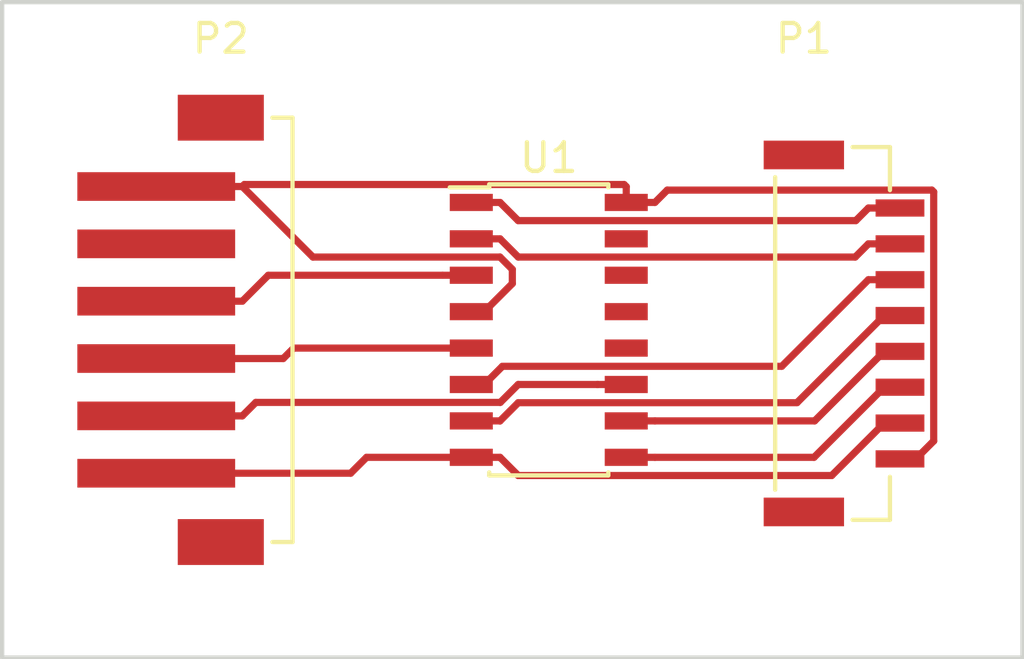
<source format=kicad_pcb>
(kicad_pcb (version 20221018) (generator pcbnew)
  (layers (0 "F.Cu" signal) (31 "B.Cu" signal) (34 "B.Paste" user) (35 "F.Paste" user) (36 "B.SilkS" user "B.Silkscreen") (37 "F.SilkS" user "F.Silkscreen") (38 "B.Mask" user) (39 "F.Mask" user) (44 "Edge.Cuts" user))
  (net 0 "")
  (net 1 "Net-(P1-Pad6)")
  (net 2 "Net-(P1-Pad7)")
  (net 3 "Net-(P1-Pad8)")
  (net 4 "Net-(P1-Pad5)")
  (net 5 "Net-(P1-Pad4)")
  (net 6 "Net-(P1-Pad3)")
  (net 7 "GND")
  (net 8 "VCC")
  (net 9 "Net-(P2-Pad3)")
  (net 10 "Net-(P2-Pad4)")
  (net 11 "Net-(P2-Pad5)")
  (footprint "Housings_SOIC:SOIC-16_3.9x9.9mm_Pitch1.27mm" (layer "F.Cu") (at 151.13 120.65)
    (fp_text reference "U1" (at 0 -6) (layer "F.SilkS"))
    (fp_text value "AM26LS32ACDR")
    (fp_line (start -2.075 -5.075) (end -2.075 -4.97) (stroke (width 0.15)) (layer "F.SilkS"))
    (fp_line (start -2.075 -5.075) (end 2.075 -5.075) (stroke (width 0.15)) (layer "F.SilkS"))
    (fp_line (start -2.075 -4.97) (end -3.45 -4.97) (stroke (width 0.15)) (layer "F.SilkS"))
    (fp_line (start -2.075 5.075) (end -2.075 4.97) (stroke (width 0.15)) (layer "F.SilkS"))
    (fp_line (start -2.075 5.075) (end 2.075 5.075) (stroke (width 0.15)) (layer "F.SilkS"))
    (fp_line (start 2.075 -5.075) (end 2.075 -4.97) (stroke (width 0.15)) (layer "F.SilkS"))
    (fp_line (start 2.075 5.075) (end 2.075 4.97) (stroke (width 0.15)) (layer "F.SilkS"))
    (pad "1" smd rect (at -2.7 -4.445) (size 1.5 0.6) (layers "F.Cu" "F.Paste" "F.Mask") (net 3 "Net-(P1-Pad8)"))
    (pad "2" smd rect (at -2.7 -3.175) (size 1.5 0.6) (layers "F.Cu" "F.Paste" "F.Mask") (net 2 "Net-(P1-Pad7)"))
    (pad "3" smd rect (at -2.7 -1.905) (size 1.5 0.6) (layers "F.Cu" "F.Paste" "F.Mask") (net 9 "Net-(P2-Pad3)"))
    (pad "4" smd rect (at -2.7 -0.635) (size 1.5 0.6) (layers "F.Cu" "F.Paste" "F.Mask") (net 8 "VCC"))
    (pad "5" smd rect (at -2.7 0.635) (size 1.5 0.6) (layers "F.Cu" "F.Paste" "F.Mask") (net 10 "Net-(P2-Pad4)"))
    (pad "6" smd rect (at -2.7 1.905) (size 1.5 0.6) (layers "F.Cu" "F.Paste" "F.Mask") (net 1 "Net-(P1-Pad6)"))
    (pad "7" smd rect (at -2.7 3.175) (size 1.5 0.6) (layers "F.Cu" "F.Paste" "F.Mask") (net 4 "Net-(P1-Pad5)"))
    (pad "8" smd rect (at -2.7 4.445) (size 1.5 0.6) (layers "F.Cu" "F.Paste" "F.Mask") (net 7 "GND"))
    (pad "9" smd rect (at 2.7 4.445) (size 1.5 0.6) (layers "F.Cu" "F.Paste" "F.Mask") (net 6 "Net-(P1-Pad3)"))
    (pad "10" smd rect (at 2.7 3.175) (size 1.5 0.6) (layers "F.Cu" "F.Paste" "F.Mask") (net 5 "Net-(P1-Pad4)"))
    (pad "11" smd rect (at 2.7 1.905) (size 1.5 0.6) (layers "F.Cu" "F.Paste" "F.Mask") (net 11 "Net-(P2-Pad5)"))
    (pad "12" smd rect (at 2.7 0.635) (size 1.5 0.6) (layers "F.Cu" "F.Paste" "F.Mask"))
    (pad "13" smd rect (at 2.7 -0.635) (size 1.5 0.6) (layers "F.Cu" "F.Paste" "F.Mask"))
    (pad "14" smd rect (at 2.7 -1.905) (size 1.5 0.6) (layers "F.Cu" "F.Paste" "F.Mask"))
    (pad "15" smd rect (at 2.7 -3.175) (size 1.5 0.6) (layers "F.Cu" "F.Paste" "F.Mask"))
    (pad "16" smd rect (at 2.7 -4.445) (size 1.5 0.6) (layers "F.Cu" "F.Paste" "F.Mask") (net 8 "VCC"))
  )
  (footprint "NQBit:GH_1x8_TOP" (layer "F.Cu") (at 160.02 120.775 -90)
    (fp_text reference "P1" (at -10.285 0) (layer "F.SilkS"))
    (fp_text value "CONN_01X08")
    (fp_line (start -6.5 -3) (end -6.5 -1.7) (stroke (width 0.15)) (layer "F.SilkS"))
    (fp_line (start -5.45 1) (end 5.45 1) (stroke (width 0.15)) (layer "F.SilkS"))
    (fp_line (start -5 -3) (end -6.5 -3) (stroke (width 0.15)) (layer "F.SilkS"))
    (fp_line (start 5 -3) (end 6.5 -3) (stroke (width 0.15)) (layer "F.SilkS"))
    (fp_line (start 6.5 -3) (end 6.5 -1.7) (stroke (width 0.15)) (layer "F.SilkS"))
    (pad "1" smd rect (at 4.375 -3.35 270) (size 0.6 1.7) (layers "F.Cu" "F.Paste" "F.Mask") (net 8 "VCC"))
    (pad "2" smd rect (at 3.125 -3.35 270) (size 0.6 1.7) (layers "F.Cu" "F.Paste" "F.Mask") (net 7 "GND"))
    (pad "3" smd rect (at 1.875 -3.35 270) (size 0.6 1.7) (layers "F.Cu" "F.Paste" "F.Mask") (net 6 "Net-(P1-Pad3)"))
    (pad "4" smd rect (at 0.625 -3.35 270) (size 0.6 1.7) (layers "F.Cu" "F.Paste" "F.Mask") (net 5 "Net-(P1-Pad4)"))
    (pad "5" smd rect (at -0.625 -3.35 270) (size 0.6 1.7) (layers "F.Cu" "F.Paste" "F.Mask") (net 4 "Net-(P1-Pad5)"))
    (pad "6" smd rect (at -1.875 -3.35 270) (size 0.6 1.7) (layers "F.Cu" "F.Paste" "F.Mask") (net 1 "Net-(P1-Pad6)"))
    (pad "7" smd rect (at -3.125 -3.35 270) (size 0.6 1.7) (layers "F.Cu" "F.Paste" "F.Mask") (net 2 "Net-(P1-Pad7)"))
    (pad "8" smd rect (at -4.375 -3.35 270) (size 0.6 1.7) (layers "F.Cu" "F.Paste" "F.Mask") (net 3 "Net-(P1-Pad8)"))
    (pad "MECH" smd rect (at -6.225 0 270) (size 1 2.8) (layers "F.Cu" "F.Paste" "F.Mask"))
    (pad "MECH" smd rect (at 6.225 0 270) (size 1 2.8) (layers "F.Cu" "F.Paste" "F.Mask"))
  )
  (footprint "NQBit:CONN_PH_1x6_TOP_SMT" (layer "F.Cu") (at 139.7 120.65 -90)
    (fp_text reference "P2" (at -10.16 0) (layer "F.SilkS"))
    (fp_text value "CONN_01X06")
    (fp_line (start -7.4 -2.5) (end -7.4 -1.8) (stroke (width 0.15)) (layer "F.SilkS"))
    (fp_line (start -7.4 -2.5) (end 7.4 -2.5) (stroke (width 0.15)) (layer "F.SilkS"))
    (fp_line (start 7.4 -2.5) (end 7.4 -1.8) (stroke (width 0.15)) (layer "F.SilkS"))
    (pad "1" smd rect (at -5 2.25 270) (size 1 5.5) (layers "F.Cu" "F.Paste" "F.Mask") (net 8 "VCC"))
    (pad "2" smd rect (at -3 2.25 270) (size 1 5.5) (layers "F.Cu" "F.Paste" "F.Mask"))
    (pad "3" smd rect (at -1 2.25 270) (size 1 5.5) (layers "F.Cu" "F.Paste" "F.Mask") (net 9 "Net-(P2-Pad3)"))
    (pad "4" smd rect (at 1 2.25 270) (size 1 5.5) (layers "F.Cu" "F.Paste" "F.Mask") (net 10 "Net-(P2-Pad4)"))
    (pad "5" smd rect (at 3 2.25 270) (size 1 5.5) (layers "F.Cu" "F.Paste" "F.Mask") (net 11 "Net-(P2-Pad5)"))
    (pad "6" smd rect (at 5 2.25 270) (size 1 5.5) (layers "F.Cu" "F.Paste" "F.Mask") (net 7 "GND"))
    (pad "MECH" smd rect (at -7.4 0 270) (size 1.6 3) (layers "F.Cu" "F.Paste" "F.Mask"))
    (pad "MECH" smd rect (at 7.4 0 270) (size 1.6 3) (layers "F.Cu" "F.Paste" "F.Mask"))
  )
  (gr_line (start 167.64 109.22) (end 167.64 132.08) (stroke (width 0.15)) (layer "Edge.Cuts"))
  (gr_line (start 132.08 132.08) (end 132.08 109.22) (stroke (width 0.15)) (layer "Edge.Cuts"))
  (gr_line (start 167.64 132.08) (end 132.08 132.08) (stroke (width 0.15)) (layer "Edge.Cuts"))
  (gr_line (start 132.08 109.22) (end 167.64 109.22) (stroke (width 0.15)) (layer "Edge.Cuts"))
  (segment (start 149.515 121.92) (end 148.88 122.555) (width 0.25) (layer "F.Cu") (net 1))
  (segment (start 159.25 121.92) (end 149.515 121.92) (width 0.25) (layer "F.Cu") (net 1))
  (segment (start 162.27 118.9) (end 159.25 121.92) (width 0.25) (layer "F.Cu") (net 1))
  (segment (start 163.37 118.9) (end 162.27 118.9) (width 0.25) (layer "F.Cu") (net 1))
  (segment (start 148.88 122.555) (end 148.43 122.555) (width 0.25) (layer "F.Cu") (net 1))
  (segment (start 149.431413 117.475) (end 149.43 117.475) (width 0.25) (layer "F.Cu") (net 2))
  (segment (start 163.37 117.65) (end 162.27 117.65) (width 0.25) (layer "F.Cu") (net 2))
  (segment (start 162.27 117.65) (end 161.81 118.11) (width 0.25) (layer "F.Cu") (net 2))
  (segment (start 150.066413 118.11) (end 149.431413 117.475) (width 0.25) (layer "F.Cu") (net 2))
  (segment (start 161.81 118.11) (end 150.066413 118.11) (width 0.25) (layer "F.Cu") (net 2))
  (segment (start 149.43 117.475) (end 148.43 117.475) (width 0.25) (layer "F.Cu") (net 2))
  (segment (start 162.27 116.4) (end 161.83 116.84) (width 0.25) (layer "F.Cu") (net 3))
  (segment (start 163.37 116.4) (end 162.27 116.4) (width 0.25) (layer "F.Cu") (net 3))
  (segment (start 161.83 116.84) (end 150.065 116.84) (width 0.25) (layer "F.Cu") (net 3))
  (segment (start 149.43 116.205) (end 148.43 116.205) (width 0.25) (layer "F.Cu") (net 3))
  (segment (start 150.065 116.84) (end 149.43 116.205) (width 0.25) (layer "F.Cu") (net 3))
  (segment (start 150.066412 123.19) (end 149.431412 123.825) (width 0.25) (layer "F.Cu") (net 4))
  (segment (start 162.82 120.15) (end 159.78 123.19) (width 0.25) (layer "F.Cu") (net 4))
  (segment (start 159.78 123.19) (end 150.066412 123.19) (width 0.25) (layer "F.Cu") (net 4))
  (segment (start 149.43 123.825) (end 148.43 123.825) (width 0.25) (layer "F.Cu") (net 4))
  (segment (start 163.37 120.15) (end 162.82 120.15) (width 0.25) (layer "F.Cu") (net 4))
  (segment (start 149.431412 123.825) (end 149.43 123.825) (width 0.25) (layer "F.Cu") (net 4))
  (segment (start 162.82 121.4) (end 160.395 123.825) (width 0.25) (layer "F.Cu") (net 5))
  (segment (start 160.395 123.825) (end 154.83 123.825) (width 0.25) (layer "F.Cu") (net 5))
  (segment (start 163.37 121.4) (end 162.82 121.4) (width 0.25) (layer "F.Cu") (net 5))
  (segment (start 154.83 123.825) (end 153.83 123.825) (width 0.25) (layer "F.Cu") (net 5))
  (segment (start 160.375 125.095) (end 154.83 125.095) (width 0.25) (layer "F.Cu") (net 6))
  (segment (start 162.82 122.65) (end 160.375 125.095) (width 0.25) (layer "F.Cu") (net 6))
  (segment (start 163.37 122.65) (end 162.82 122.65) (width 0.25) (layer "F.Cu") (net 6))
  (segment (start 154.83 125.095) (end 153.83 125.095) (width 0.25) (layer "F.Cu") (net 6))
  (segment (start 137.45 125.65) (end 144.225 125.65) (width 0.25) (layer "F.Cu") (net 7))
  (segment (start 150.065 125.73) (end 149.43 125.095) (width 0.25) (layer "F.Cu") (net 7))
  (segment (start 144.78 125.095) (end 148.43 125.095) (width 0.25) (layer "F.Cu") (net 7))
  (segment (start 162.82 123.9) (end 160.99 125.73) (width 0.25) (layer "F.Cu") (net 7))
  (segment (start 144.225 125.65) (end 144.78 125.095) (width 0.25) (layer "F.Cu") (net 7))
  (segment (start 149.43 125.095) (end 148.43 125.095) (width 0.25) (layer "F.Cu") (net 7))
  (segment (start 163.37 123.9) (end 162.82 123.9) (width 0.25) (layer "F.Cu") (net 7))
  (segment (start 160.99 125.73) (end 150.065 125.73) (width 0.25) (layer "F.Cu") (net 7))
  (segment (start 140.45 115.65) (end 137.45 115.65) (width 0.25) (layer "F.Cu") (net 8))
  (segment (start 149.430002 118.11) (end 149.86 118.539998) (width 0.25) (layer "F.Cu") (net 8))
  (segment (start 153.83 115.655) (end 153.754999 115.579999) (width 0.25) (layer "F.Cu") (net 8))
  (segment (start 148.88 120.015) (end 148.43 120.015) (width 0.25) (layer "F.Cu") (net 8))
  (segment (start 140.520001 115.579999) (end 140.45 115.65) (width 0.25) (layer "F.Cu") (net 8))
  (segment (start 142.91 118.11) (end 149.430002 118.11) (width 0.25) (layer "F.Cu") (net 8))
  (segment (start 149.86 119.035) (end 148.88 120.015) (width 0.25) (layer "F.Cu") (net 8))
  (segment (start 155.260001 115.774999) (end 154.83 116.205) (width 0.25) (layer "F.Cu") (net 8))
  (segment (start 153.83 116.205) (end 153.83 115.655) (width 0.25) (layer "F.Cu") (net 8))
  (segment (start 164.545001 115.839999) (end 164.480001 115.774999) (width 0.25) (layer "F.Cu") (net 8))
  (segment (start 163.92 125.15) (end 164.545001 124.524999) (width 0.25) (layer "F.Cu") (net 8))
  (segment (start 149.86 118.539998) (end 149.86 119.035) (width 0.25) (layer "F.Cu") (net 8))
  (segment (start 164.480001 115.774999) (end 155.260001 115.774999) (width 0.25) (layer "F.Cu") (net 8))
  (segment (start 154.83 116.205) (end 153.83 116.205) (width 0.25) (layer "F.Cu") (net 8))
  (segment (start 153.754999 115.579999) (end 140.520001 115.579999) (width 0.25) (layer "F.Cu") (net 8))
  (segment (start 140.45 115.65) (end 142.91 118.11) (width 0.25) (layer "F.Cu") (net 8))
  (segment (start 163.37 125.15) (end 163.92 125.15) (width 0.25) (layer "F.Cu") (net 8))
  (segment (start 164.545001 124.524999) (end 164.545001 115.839999) (width 0.25) (layer "F.Cu") (net 8))
  (segment (start 147.43 118.745) (end 148.43 118.745) (width 0.25) (layer "F.Cu") (net 9))
  (segment (start 141.355 118.745) (end 147.43 118.745) (width 0.25) (layer "F.Cu") (net 9))
  (segment (start 140.45 119.65) (end 141.355 118.745) (width 0.25) (layer "F.Cu") (net 9))
  (segment (start 137.45 119.65) (end 140.45 119.65) (width 0.25) (layer "F.Cu") (net 9))
  (segment (start 142.24 121.285) (end 148.43 121.285) (width 0.25) (layer "F.Cu") (net 10))
  (segment (start 137.45 121.65) (end 141.875 121.65) (width 0.25) (layer "F.Cu") (net 10))
  (segment (start 141.875 121.65) (end 142.24 121.285) (width 0.25) (layer "F.Cu") (net 10))
  (segment (start 137.45 123.65) (end 140.45 123.65) (width 0.25) (layer "F.Cu") (net 11))
  (segment (start 152.83 122.555) (end 153.83 122.555) (width 0.25) (layer "F.Cu") (net 11))
  (segment (start 140.919999 123.180001) (end 149.440001 123.180001) (width 0.25) (layer "F.Cu") (net 11))
  (segment (start 140.45 123.65) (end 140.919999 123.180001) (width 0.25) (layer "F.Cu") (net 11))
  (segment (start 149.440001 123.180001) (end 150.065002 122.555) (width 0.25) (layer "F.Cu") (net 11))
  (segment (start 150.065002 122.555) (end 152.83 122.555) (width 0.25) (layer "F.Cu") (net 11))
)
</source>
